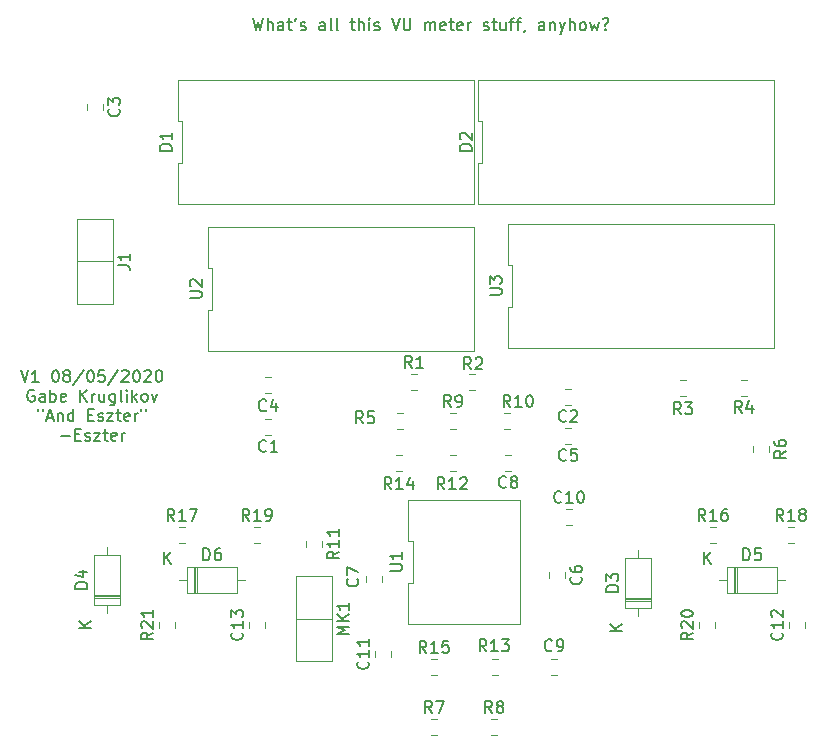
<source format=gbr>
%TF.GenerationSoftware,KiCad,Pcbnew,(5.1.6)-1*%
%TF.CreationDate,2020-08-05T10:29:03-07:00*%
%TF.ProjectId,vu_meter,76755f6d-6574-4657-922e-6b696361645f,rev?*%
%TF.SameCoordinates,Original*%
%TF.FileFunction,Legend,Top*%
%TF.FilePolarity,Positive*%
%FSLAX46Y46*%
G04 Gerber Fmt 4.6, Leading zero omitted, Abs format (unit mm)*
G04 Created by KiCad (PCBNEW (5.1.6)-1) date 2020-08-05 10:29:03*
%MOMM*%
%LPD*%
G01*
G04 APERTURE LIST*
%ADD10C,0.150000*%
%ADD11C,0.120000*%
G04 APERTURE END LIST*
D10*
X105324571Y-31456380D02*
X105562666Y-32456380D01*
X105753142Y-31742095D01*
X105943619Y-32456380D01*
X106181714Y-31456380D01*
X106562666Y-32456380D02*
X106562666Y-31456380D01*
X106991238Y-32456380D02*
X106991238Y-31932571D01*
X106943619Y-31837333D01*
X106848380Y-31789714D01*
X106705523Y-31789714D01*
X106610285Y-31837333D01*
X106562666Y-31884952D01*
X107896000Y-32456380D02*
X107896000Y-31932571D01*
X107848380Y-31837333D01*
X107753142Y-31789714D01*
X107562666Y-31789714D01*
X107467428Y-31837333D01*
X107896000Y-32408761D02*
X107800761Y-32456380D01*
X107562666Y-32456380D01*
X107467428Y-32408761D01*
X107419809Y-32313523D01*
X107419809Y-32218285D01*
X107467428Y-32123047D01*
X107562666Y-32075428D01*
X107800761Y-32075428D01*
X107896000Y-32027809D01*
X108229333Y-31789714D02*
X108610285Y-31789714D01*
X108372190Y-31456380D02*
X108372190Y-32313523D01*
X108419809Y-32408761D01*
X108515047Y-32456380D01*
X108610285Y-32456380D01*
X108991238Y-31456380D02*
X108896000Y-31646857D01*
X109372190Y-32408761D02*
X109467428Y-32456380D01*
X109657904Y-32456380D01*
X109753142Y-32408761D01*
X109800761Y-32313523D01*
X109800761Y-32265904D01*
X109753142Y-32170666D01*
X109657904Y-32123047D01*
X109515047Y-32123047D01*
X109419809Y-32075428D01*
X109372190Y-31980190D01*
X109372190Y-31932571D01*
X109419809Y-31837333D01*
X109515047Y-31789714D01*
X109657904Y-31789714D01*
X109753142Y-31837333D01*
X111419809Y-32456380D02*
X111419809Y-31932571D01*
X111372190Y-31837333D01*
X111276952Y-31789714D01*
X111086476Y-31789714D01*
X110991238Y-31837333D01*
X111419809Y-32408761D02*
X111324571Y-32456380D01*
X111086476Y-32456380D01*
X110991238Y-32408761D01*
X110943619Y-32313523D01*
X110943619Y-32218285D01*
X110991238Y-32123047D01*
X111086476Y-32075428D01*
X111324571Y-32075428D01*
X111419809Y-32027809D01*
X112038857Y-32456380D02*
X111943619Y-32408761D01*
X111896000Y-32313523D01*
X111896000Y-31456380D01*
X112562666Y-32456380D02*
X112467428Y-32408761D01*
X112419809Y-32313523D01*
X112419809Y-31456380D01*
X113562666Y-31789714D02*
X113943619Y-31789714D01*
X113705523Y-31456380D02*
X113705523Y-32313523D01*
X113753142Y-32408761D01*
X113848380Y-32456380D01*
X113943619Y-32456380D01*
X114276952Y-32456380D02*
X114276952Y-31456380D01*
X114705523Y-32456380D02*
X114705523Y-31932571D01*
X114657904Y-31837333D01*
X114562666Y-31789714D01*
X114419809Y-31789714D01*
X114324571Y-31837333D01*
X114276952Y-31884952D01*
X115181714Y-32456380D02*
X115181714Y-31789714D01*
X115181714Y-31456380D02*
X115134095Y-31504000D01*
X115181714Y-31551619D01*
X115229333Y-31504000D01*
X115181714Y-31456380D01*
X115181714Y-31551619D01*
X115610285Y-32408761D02*
X115705523Y-32456380D01*
X115896000Y-32456380D01*
X115991238Y-32408761D01*
X116038857Y-32313523D01*
X116038857Y-32265904D01*
X115991238Y-32170666D01*
X115896000Y-32123047D01*
X115753142Y-32123047D01*
X115657904Y-32075428D01*
X115610285Y-31980190D01*
X115610285Y-31932571D01*
X115657904Y-31837333D01*
X115753142Y-31789714D01*
X115896000Y-31789714D01*
X115991238Y-31837333D01*
X117086476Y-31456380D02*
X117419809Y-32456380D01*
X117753142Y-31456380D01*
X118086476Y-31456380D02*
X118086476Y-32265904D01*
X118134095Y-32361142D01*
X118181714Y-32408761D01*
X118276952Y-32456380D01*
X118467428Y-32456380D01*
X118562666Y-32408761D01*
X118610285Y-32361142D01*
X118657904Y-32265904D01*
X118657904Y-31456380D01*
X119896000Y-32456380D02*
X119896000Y-31789714D01*
X119896000Y-31884952D02*
X119943619Y-31837333D01*
X120038857Y-31789714D01*
X120181714Y-31789714D01*
X120276952Y-31837333D01*
X120324571Y-31932571D01*
X120324571Y-32456380D01*
X120324571Y-31932571D02*
X120372190Y-31837333D01*
X120467428Y-31789714D01*
X120610285Y-31789714D01*
X120705523Y-31837333D01*
X120753142Y-31932571D01*
X120753142Y-32456380D01*
X121610285Y-32408761D02*
X121515047Y-32456380D01*
X121324571Y-32456380D01*
X121229333Y-32408761D01*
X121181714Y-32313523D01*
X121181714Y-31932571D01*
X121229333Y-31837333D01*
X121324571Y-31789714D01*
X121515047Y-31789714D01*
X121610285Y-31837333D01*
X121657904Y-31932571D01*
X121657904Y-32027809D01*
X121181714Y-32123047D01*
X121943619Y-31789714D02*
X122324571Y-31789714D01*
X122086476Y-31456380D02*
X122086476Y-32313523D01*
X122134095Y-32408761D01*
X122229333Y-32456380D01*
X122324571Y-32456380D01*
X123038857Y-32408761D02*
X122943619Y-32456380D01*
X122753142Y-32456380D01*
X122657904Y-32408761D01*
X122610285Y-32313523D01*
X122610285Y-31932571D01*
X122657904Y-31837333D01*
X122753142Y-31789714D01*
X122943619Y-31789714D01*
X123038857Y-31837333D01*
X123086476Y-31932571D01*
X123086476Y-32027809D01*
X122610285Y-32123047D01*
X123515047Y-32456380D02*
X123515047Y-31789714D01*
X123515047Y-31980190D02*
X123562666Y-31884952D01*
X123610285Y-31837333D01*
X123705523Y-31789714D01*
X123800761Y-31789714D01*
X124848380Y-32408761D02*
X124943619Y-32456380D01*
X125134095Y-32456380D01*
X125229333Y-32408761D01*
X125276952Y-32313523D01*
X125276952Y-32265904D01*
X125229333Y-32170666D01*
X125134095Y-32123047D01*
X124991238Y-32123047D01*
X124896000Y-32075428D01*
X124848380Y-31980190D01*
X124848380Y-31932571D01*
X124896000Y-31837333D01*
X124991238Y-31789714D01*
X125134095Y-31789714D01*
X125229333Y-31837333D01*
X125562666Y-31789714D02*
X125943619Y-31789714D01*
X125705523Y-31456380D02*
X125705523Y-32313523D01*
X125753142Y-32408761D01*
X125848380Y-32456380D01*
X125943619Y-32456380D01*
X126705523Y-31789714D02*
X126705523Y-32456380D01*
X126276952Y-31789714D02*
X126276952Y-32313523D01*
X126324571Y-32408761D01*
X126419809Y-32456380D01*
X126562666Y-32456380D01*
X126657904Y-32408761D01*
X126705523Y-32361142D01*
X127038857Y-31789714D02*
X127419809Y-31789714D01*
X127181714Y-32456380D02*
X127181714Y-31599238D01*
X127229333Y-31504000D01*
X127324571Y-31456380D01*
X127419809Y-31456380D01*
X127610285Y-31789714D02*
X127991238Y-31789714D01*
X127753142Y-32456380D02*
X127753142Y-31599238D01*
X127800761Y-31504000D01*
X127896000Y-31456380D01*
X127991238Y-31456380D01*
X128372190Y-32408761D02*
X128372190Y-32456380D01*
X128324571Y-32551619D01*
X128276952Y-32599238D01*
X129991238Y-32456380D02*
X129991238Y-31932571D01*
X129943619Y-31837333D01*
X129848380Y-31789714D01*
X129657904Y-31789714D01*
X129562666Y-31837333D01*
X129991238Y-32408761D02*
X129896000Y-32456380D01*
X129657904Y-32456380D01*
X129562666Y-32408761D01*
X129515047Y-32313523D01*
X129515047Y-32218285D01*
X129562666Y-32123047D01*
X129657904Y-32075428D01*
X129896000Y-32075428D01*
X129991238Y-32027809D01*
X130467428Y-31789714D02*
X130467428Y-32456380D01*
X130467428Y-31884952D02*
X130515047Y-31837333D01*
X130610285Y-31789714D01*
X130753142Y-31789714D01*
X130848380Y-31837333D01*
X130896000Y-31932571D01*
X130896000Y-32456380D01*
X131276952Y-31789714D02*
X131515047Y-32456380D01*
X131753142Y-31789714D02*
X131515047Y-32456380D01*
X131419809Y-32694476D01*
X131372190Y-32742095D01*
X131276952Y-32789714D01*
X132134095Y-32456380D02*
X132134095Y-31456380D01*
X132562666Y-32456380D02*
X132562666Y-31932571D01*
X132515047Y-31837333D01*
X132419809Y-31789714D01*
X132276952Y-31789714D01*
X132181714Y-31837333D01*
X132134095Y-31884952D01*
X133181714Y-32456380D02*
X133086476Y-32408761D01*
X133038857Y-32361142D01*
X132991238Y-32265904D01*
X132991238Y-31980190D01*
X133038857Y-31884952D01*
X133086476Y-31837333D01*
X133181714Y-31789714D01*
X133324571Y-31789714D01*
X133419809Y-31837333D01*
X133467428Y-31884952D01*
X133515047Y-31980190D01*
X133515047Y-32265904D01*
X133467428Y-32361142D01*
X133419809Y-32408761D01*
X133324571Y-32456380D01*
X133181714Y-32456380D01*
X133848380Y-31789714D02*
X134038857Y-32456380D01*
X134229333Y-31980190D01*
X134419809Y-32456380D01*
X134610285Y-31789714D01*
X135134095Y-32361142D02*
X135181714Y-32408761D01*
X135134095Y-32456380D01*
X135086476Y-32408761D01*
X135134095Y-32361142D01*
X135134095Y-32456380D01*
X134943619Y-31504000D02*
X135038857Y-31456380D01*
X135276952Y-31456380D01*
X135372190Y-31504000D01*
X135419809Y-31599238D01*
X135419809Y-31694476D01*
X135372190Y-31789714D01*
X135324571Y-31837333D01*
X135229333Y-31884952D01*
X135181714Y-31932571D01*
X135134095Y-32027809D01*
X135134095Y-32075428D01*
X85646380Y-61239380D02*
X85979714Y-62239380D01*
X86313047Y-61239380D01*
X87170190Y-62239380D02*
X86598761Y-62239380D01*
X86884476Y-62239380D02*
X86884476Y-61239380D01*
X86789238Y-61382238D01*
X86694000Y-61477476D01*
X86598761Y-61525095D01*
X88551142Y-61239380D02*
X88646380Y-61239380D01*
X88741619Y-61287000D01*
X88789238Y-61334619D01*
X88836857Y-61429857D01*
X88884476Y-61620333D01*
X88884476Y-61858428D01*
X88836857Y-62048904D01*
X88789238Y-62144142D01*
X88741619Y-62191761D01*
X88646380Y-62239380D01*
X88551142Y-62239380D01*
X88455904Y-62191761D01*
X88408285Y-62144142D01*
X88360666Y-62048904D01*
X88313047Y-61858428D01*
X88313047Y-61620333D01*
X88360666Y-61429857D01*
X88408285Y-61334619D01*
X88455904Y-61287000D01*
X88551142Y-61239380D01*
X89455904Y-61667952D02*
X89360666Y-61620333D01*
X89313047Y-61572714D01*
X89265428Y-61477476D01*
X89265428Y-61429857D01*
X89313047Y-61334619D01*
X89360666Y-61287000D01*
X89455904Y-61239380D01*
X89646380Y-61239380D01*
X89741619Y-61287000D01*
X89789238Y-61334619D01*
X89836857Y-61429857D01*
X89836857Y-61477476D01*
X89789238Y-61572714D01*
X89741619Y-61620333D01*
X89646380Y-61667952D01*
X89455904Y-61667952D01*
X89360666Y-61715571D01*
X89313047Y-61763190D01*
X89265428Y-61858428D01*
X89265428Y-62048904D01*
X89313047Y-62144142D01*
X89360666Y-62191761D01*
X89455904Y-62239380D01*
X89646380Y-62239380D01*
X89741619Y-62191761D01*
X89789238Y-62144142D01*
X89836857Y-62048904D01*
X89836857Y-61858428D01*
X89789238Y-61763190D01*
X89741619Y-61715571D01*
X89646380Y-61667952D01*
X90979714Y-61191761D02*
X90122571Y-62477476D01*
X91503523Y-61239380D02*
X91598761Y-61239380D01*
X91694000Y-61287000D01*
X91741619Y-61334619D01*
X91789238Y-61429857D01*
X91836857Y-61620333D01*
X91836857Y-61858428D01*
X91789238Y-62048904D01*
X91741619Y-62144142D01*
X91694000Y-62191761D01*
X91598761Y-62239380D01*
X91503523Y-62239380D01*
X91408285Y-62191761D01*
X91360666Y-62144142D01*
X91313047Y-62048904D01*
X91265428Y-61858428D01*
X91265428Y-61620333D01*
X91313047Y-61429857D01*
X91360666Y-61334619D01*
X91408285Y-61287000D01*
X91503523Y-61239380D01*
X92741619Y-61239380D02*
X92265428Y-61239380D01*
X92217809Y-61715571D01*
X92265428Y-61667952D01*
X92360666Y-61620333D01*
X92598761Y-61620333D01*
X92694000Y-61667952D01*
X92741619Y-61715571D01*
X92789238Y-61810809D01*
X92789238Y-62048904D01*
X92741619Y-62144142D01*
X92694000Y-62191761D01*
X92598761Y-62239380D01*
X92360666Y-62239380D01*
X92265428Y-62191761D01*
X92217809Y-62144142D01*
X93932095Y-61191761D02*
X93074952Y-62477476D01*
X94217809Y-61334619D02*
X94265428Y-61287000D01*
X94360666Y-61239380D01*
X94598761Y-61239380D01*
X94694000Y-61287000D01*
X94741619Y-61334619D01*
X94789238Y-61429857D01*
X94789238Y-61525095D01*
X94741619Y-61667952D01*
X94170190Y-62239380D01*
X94789238Y-62239380D01*
X95408285Y-61239380D02*
X95503523Y-61239380D01*
X95598761Y-61287000D01*
X95646380Y-61334619D01*
X95694000Y-61429857D01*
X95741619Y-61620333D01*
X95741619Y-61858428D01*
X95694000Y-62048904D01*
X95646380Y-62144142D01*
X95598761Y-62191761D01*
X95503523Y-62239380D01*
X95408285Y-62239380D01*
X95313047Y-62191761D01*
X95265428Y-62144142D01*
X95217809Y-62048904D01*
X95170190Y-61858428D01*
X95170190Y-61620333D01*
X95217809Y-61429857D01*
X95265428Y-61334619D01*
X95313047Y-61287000D01*
X95408285Y-61239380D01*
X96122571Y-61334619D02*
X96170190Y-61287000D01*
X96265428Y-61239380D01*
X96503523Y-61239380D01*
X96598761Y-61287000D01*
X96646380Y-61334619D01*
X96693999Y-61429857D01*
X96693999Y-61525095D01*
X96646380Y-61667952D01*
X96074952Y-62239380D01*
X96693999Y-62239380D01*
X97313047Y-61239380D02*
X97408285Y-61239380D01*
X97503523Y-61287000D01*
X97551142Y-61334619D01*
X97598761Y-61429857D01*
X97646380Y-61620333D01*
X97646380Y-61858428D01*
X97598761Y-62048904D01*
X97551142Y-62144142D01*
X97503523Y-62191761D01*
X97408285Y-62239380D01*
X97313047Y-62239380D01*
X97217809Y-62191761D01*
X97170190Y-62144142D01*
X97122571Y-62048904D01*
X97074952Y-61858428D01*
X97074952Y-61620333D01*
X97122571Y-61429857D01*
X97170190Y-61334619D01*
X97217809Y-61287000D01*
X97313047Y-61239380D01*
X86789238Y-62937000D02*
X86694000Y-62889380D01*
X86551142Y-62889380D01*
X86408285Y-62937000D01*
X86313047Y-63032238D01*
X86265428Y-63127476D01*
X86217809Y-63317952D01*
X86217809Y-63460809D01*
X86265428Y-63651285D01*
X86313047Y-63746523D01*
X86408285Y-63841761D01*
X86551142Y-63889380D01*
X86646380Y-63889380D01*
X86789238Y-63841761D01*
X86836857Y-63794142D01*
X86836857Y-63460809D01*
X86646380Y-63460809D01*
X87694000Y-63889380D02*
X87694000Y-63365571D01*
X87646380Y-63270333D01*
X87551142Y-63222714D01*
X87360666Y-63222714D01*
X87265428Y-63270333D01*
X87694000Y-63841761D02*
X87598761Y-63889380D01*
X87360666Y-63889380D01*
X87265428Y-63841761D01*
X87217809Y-63746523D01*
X87217809Y-63651285D01*
X87265428Y-63556047D01*
X87360666Y-63508428D01*
X87598761Y-63508428D01*
X87694000Y-63460809D01*
X88170190Y-63889380D02*
X88170190Y-62889380D01*
X88170190Y-63270333D02*
X88265428Y-63222714D01*
X88455904Y-63222714D01*
X88551142Y-63270333D01*
X88598761Y-63317952D01*
X88646380Y-63413190D01*
X88646380Y-63698904D01*
X88598761Y-63794142D01*
X88551142Y-63841761D01*
X88455904Y-63889380D01*
X88265428Y-63889380D01*
X88170190Y-63841761D01*
X89455904Y-63841761D02*
X89360666Y-63889380D01*
X89170190Y-63889380D01*
X89074952Y-63841761D01*
X89027333Y-63746523D01*
X89027333Y-63365571D01*
X89074952Y-63270333D01*
X89170190Y-63222714D01*
X89360666Y-63222714D01*
X89455904Y-63270333D01*
X89503523Y-63365571D01*
X89503523Y-63460809D01*
X89027333Y-63556047D01*
X90694000Y-63889380D02*
X90694000Y-62889380D01*
X91265428Y-63889380D02*
X90836857Y-63317952D01*
X91265428Y-62889380D02*
X90694000Y-63460809D01*
X91694000Y-63889380D02*
X91694000Y-63222714D01*
X91694000Y-63413190D02*
X91741619Y-63317952D01*
X91789238Y-63270333D01*
X91884476Y-63222714D01*
X91979714Y-63222714D01*
X92741619Y-63222714D02*
X92741619Y-63889380D01*
X92313047Y-63222714D02*
X92313047Y-63746523D01*
X92360666Y-63841761D01*
X92455904Y-63889380D01*
X92598761Y-63889380D01*
X92694000Y-63841761D01*
X92741619Y-63794142D01*
X93646380Y-63222714D02*
X93646380Y-64032238D01*
X93598761Y-64127476D01*
X93551142Y-64175095D01*
X93455904Y-64222714D01*
X93313047Y-64222714D01*
X93217809Y-64175095D01*
X93646380Y-63841761D02*
X93551142Y-63889380D01*
X93360666Y-63889380D01*
X93265428Y-63841761D01*
X93217809Y-63794142D01*
X93170190Y-63698904D01*
X93170190Y-63413190D01*
X93217809Y-63317952D01*
X93265428Y-63270333D01*
X93360666Y-63222714D01*
X93551142Y-63222714D01*
X93646380Y-63270333D01*
X94265428Y-63889380D02*
X94170190Y-63841761D01*
X94122571Y-63746523D01*
X94122571Y-62889380D01*
X94646380Y-63889380D02*
X94646380Y-63222714D01*
X94646380Y-62889380D02*
X94598761Y-62937000D01*
X94646380Y-62984619D01*
X94694000Y-62937000D01*
X94646380Y-62889380D01*
X94646380Y-62984619D01*
X95122571Y-63889380D02*
X95122571Y-62889380D01*
X95217809Y-63508428D02*
X95503523Y-63889380D01*
X95503523Y-63222714D02*
X95122571Y-63603666D01*
X96074952Y-63889380D02*
X95979714Y-63841761D01*
X95932095Y-63794142D01*
X95884476Y-63698904D01*
X95884476Y-63413190D01*
X95932095Y-63317952D01*
X95979714Y-63270333D01*
X96074952Y-63222714D01*
X96217809Y-63222714D01*
X96313047Y-63270333D01*
X96360666Y-63317952D01*
X96408285Y-63413190D01*
X96408285Y-63698904D01*
X96360666Y-63794142D01*
X96313047Y-63841761D01*
X96217809Y-63889380D01*
X96074952Y-63889380D01*
X96741619Y-63222714D02*
X96979714Y-63889380D01*
X97217809Y-63222714D01*
X87122571Y-64539380D02*
X87122571Y-64729857D01*
X87503523Y-64539380D02*
X87503523Y-64729857D01*
X87884476Y-65253666D02*
X88360666Y-65253666D01*
X87789238Y-65539380D02*
X88122571Y-64539380D01*
X88455904Y-65539380D01*
X88789238Y-64872714D02*
X88789238Y-65539380D01*
X88789238Y-64967952D02*
X88836857Y-64920333D01*
X88932095Y-64872714D01*
X89074952Y-64872714D01*
X89170190Y-64920333D01*
X89217809Y-65015571D01*
X89217809Y-65539380D01*
X90122571Y-65539380D02*
X90122571Y-64539380D01*
X90122571Y-65491761D02*
X90027333Y-65539380D01*
X89836857Y-65539380D01*
X89741619Y-65491761D01*
X89694000Y-65444142D01*
X89646380Y-65348904D01*
X89646380Y-65063190D01*
X89694000Y-64967952D01*
X89741619Y-64920333D01*
X89836857Y-64872714D01*
X90027333Y-64872714D01*
X90122571Y-64920333D01*
X91360666Y-65015571D02*
X91694000Y-65015571D01*
X91836857Y-65539380D02*
X91360666Y-65539380D01*
X91360666Y-64539380D01*
X91836857Y-64539380D01*
X92217809Y-65491761D02*
X92313047Y-65539380D01*
X92503523Y-65539380D01*
X92598761Y-65491761D01*
X92646380Y-65396523D01*
X92646380Y-65348904D01*
X92598761Y-65253666D01*
X92503523Y-65206047D01*
X92360666Y-65206047D01*
X92265428Y-65158428D01*
X92217809Y-65063190D01*
X92217809Y-65015571D01*
X92265428Y-64920333D01*
X92360666Y-64872714D01*
X92503523Y-64872714D01*
X92598761Y-64920333D01*
X92979714Y-64872714D02*
X93503523Y-64872714D01*
X92979714Y-65539380D01*
X93503523Y-65539380D01*
X93741619Y-64872714D02*
X94122571Y-64872714D01*
X93884476Y-64539380D02*
X93884476Y-65396523D01*
X93932095Y-65491761D01*
X94027333Y-65539380D01*
X94122571Y-65539380D01*
X94836857Y-65491761D02*
X94741619Y-65539380D01*
X94551142Y-65539380D01*
X94455904Y-65491761D01*
X94408285Y-65396523D01*
X94408285Y-65015571D01*
X94455904Y-64920333D01*
X94551142Y-64872714D01*
X94741619Y-64872714D01*
X94836857Y-64920333D01*
X94884476Y-65015571D01*
X94884476Y-65110809D01*
X94408285Y-65206047D01*
X95313047Y-65539380D02*
X95313047Y-64872714D01*
X95313047Y-65063190D02*
X95360666Y-64967952D01*
X95408285Y-64920333D01*
X95503523Y-64872714D01*
X95598761Y-64872714D01*
X95884476Y-64539380D02*
X95884476Y-64729857D01*
X96265428Y-64539380D02*
X96265428Y-64729857D01*
X89027333Y-66808428D02*
X89789238Y-66808428D01*
X90265428Y-66665571D02*
X90598761Y-66665571D01*
X90741619Y-67189380D02*
X90265428Y-67189380D01*
X90265428Y-66189380D01*
X90741619Y-66189380D01*
X91122571Y-67141761D02*
X91217809Y-67189380D01*
X91408285Y-67189380D01*
X91503523Y-67141761D01*
X91551142Y-67046523D01*
X91551142Y-66998904D01*
X91503523Y-66903666D01*
X91408285Y-66856047D01*
X91265428Y-66856047D01*
X91170190Y-66808428D01*
X91122571Y-66713190D01*
X91122571Y-66665571D01*
X91170190Y-66570333D01*
X91265428Y-66522714D01*
X91408285Y-66522714D01*
X91503523Y-66570333D01*
X91884476Y-66522714D02*
X92408285Y-66522714D01*
X91884476Y-67189380D01*
X92408285Y-67189380D01*
X92646380Y-66522714D02*
X93027333Y-66522714D01*
X92789238Y-66189380D02*
X92789238Y-67046523D01*
X92836857Y-67141761D01*
X92932095Y-67189380D01*
X93027333Y-67189380D01*
X93741619Y-67141761D02*
X93646380Y-67189380D01*
X93455904Y-67189380D01*
X93360666Y-67141761D01*
X93313047Y-67046523D01*
X93313047Y-66665571D01*
X93360666Y-66570333D01*
X93455904Y-66522714D01*
X93646380Y-66522714D01*
X93741619Y-66570333D01*
X93789238Y-66665571D01*
X93789238Y-66760809D01*
X93313047Y-66856047D01*
X94217809Y-67189380D02*
X94217809Y-66522714D01*
X94217809Y-66713190D02*
X94265428Y-66617952D01*
X94313047Y-66570333D01*
X94408285Y-66522714D01*
X94503523Y-66522714D01*
D11*
%TO.C,U3*%
X126916000Y-55855333D02*
X126916000Y-59361999D01*
X127276000Y-55855333D02*
X126916000Y-55855333D01*
X127276000Y-52348667D02*
X127276000Y-55855333D01*
X126916000Y-52348667D02*
X127276000Y-52348667D01*
X126916000Y-48842000D02*
X126916000Y-52348667D01*
X149436000Y-48842001D02*
X126916000Y-48842000D01*
X149436000Y-59362000D02*
X149436000Y-48842001D01*
X126916000Y-59361999D02*
X149436000Y-59362000D01*
%TO.C,U2*%
X101516000Y-56109333D02*
X101516000Y-59615999D01*
X101876000Y-56109333D02*
X101516000Y-56109333D01*
X101876000Y-52602667D02*
X101876000Y-56109333D01*
X101516000Y-52602667D02*
X101876000Y-52602667D01*
X101516000Y-49096000D02*
X101516000Y-52602667D01*
X124036000Y-49096001D02*
X101516000Y-49096000D01*
X124036000Y-59616000D02*
X124036000Y-49096001D01*
X101516000Y-59615999D02*
X124036000Y-59616000D01*
%TO.C,U1*%
X118480000Y-79223333D02*
X118480000Y-82730000D01*
X118840000Y-79223333D02*
X118480000Y-79223333D01*
X118840000Y-75716667D02*
X118840000Y-79223333D01*
X118480000Y-75716667D02*
X118840000Y-75716667D01*
X118480000Y-72210000D02*
X118480000Y-75716667D01*
X127900000Y-72210000D02*
X118480000Y-72210000D01*
X127900000Y-82730000D02*
X127900000Y-72210000D01*
X118480000Y-82730000D02*
X127900000Y-82730000D01*
%TO.C,R21*%
X98754000Y-83062578D02*
X98754000Y-82545422D01*
X97334000Y-83062578D02*
X97334000Y-82545422D01*
%TO.C,R20*%
X144474000Y-83062578D02*
X144474000Y-82545422D01*
X143054000Y-83062578D02*
X143054000Y-82545422D01*
%TO.C,R19*%
X105405422Y-75894000D02*
X105922578Y-75894000D01*
X105405422Y-74474000D02*
X105922578Y-74474000D01*
%TO.C,R18*%
X150617422Y-75894000D02*
X151134578Y-75894000D01*
X150617422Y-74474000D02*
X151134578Y-74474000D01*
%TO.C,R17*%
X99055422Y-75894000D02*
X99572578Y-75894000D01*
X99055422Y-74474000D02*
X99572578Y-74474000D01*
%TO.C,R16*%
X144013422Y-75894000D02*
X144530578Y-75894000D01*
X144013422Y-74474000D02*
X144530578Y-74474000D01*
%TO.C,R15*%
X120391422Y-87070000D02*
X120908578Y-87070000D01*
X120391422Y-85650000D02*
X120908578Y-85650000D01*
%TO.C,R14*%
X117421922Y-69798000D02*
X117939078Y-69798000D01*
X117421922Y-68378000D02*
X117939078Y-68378000D01*
%TO.C,R13*%
X126067078Y-85650000D02*
X125549922Y-85650000D01*
X126067078Y-87070000D02*
X125549922Y-87070000D01*
%TO.C,R12*%
X122511078Y-68378000D02*
X121993922Y-68378000D01*
X122511078Y-69798000D02*
X121993922Y-69798000D01*
%TO.C,R11*%
X109780000Y-75687422D02*
X109780000Y-76204578D01*
X111200000Y-75687422D02*
X111200000Y-76204578D01*
%TO.C,R10*%
X126565922Y-66242000D02*
X127083078Y-66242000D01*
X126565922Y-64822000D02*
X127083078Y-64822000D01*
%TO.C,R9*%
X121993922Y-66242000D02*
X122511078Y-66242000D01*
X121993922Y-64822000D02*
X122511078Y-64822000D01*
%TO.C,R8*%
X125471422Y-92150000D02*
X125988578Y-92150000D01*
X125471422Y-90730000D02*
X125988578Y-90730000D01*
%TO.C,R7*%
X120391422Y-92150000D02*
X120908578Y-92150000D01*
X120391422Y-90730000D02*
X120908578Y-90730000D01*
%TO.C,R6*%
X147626000Y-67637922D02*
X147626000Y-68155078D01*
X149046000Y-67637922D02*
X149046000Y-68155078D01*
%TO.C,R5*%
X118036078Y-64822000D02*
X117518922Y-64822000D01*
X118036078Y-66242000D02*
X117518922Y-66242000D01*
%TO.C,R4*%
X147149078Y-62028000D02*
X146631922Y-62028000D01*
X147149078Y-63448000D02*
X146631922Y-63448000D01*
%TO.C,R3*%
X141473422Y-63448000D02*
X141990578Y-63448000D01*
X141473422Y-62028000D02*
X141990578Y-62028000D01*
%TO.C,R2*%
X124132078Y-61520000D02*
X123614922Y-61520000D01*
X124132078Y-62940000D02*
X123614922Y-62940000D01*
%TO.C,R1*%
X118691922Y-62940000D02*
X119209078Y-62940000D01*
X118691922Y-61520000D02*
X119209078Y-61520000D01*
%TO.C,MK1*%
X108990000Y-82296000D02*
X111990000Y-82296000D01*
X111990000Y-85896000D02*
X108990000Y-85896000D01*
X111990000Y-78696000D02*
X111990000Y-85896000D01*
X108990000Y-78696000D02*
X111990000Y-78696000D01*
X108990000Y-85896000D02*
X108990000Y-78696000D01*
%TO.C,J1*%
X90448000Y-52030000D02*
X93448000Y-52030000D01*
X93448000Y-55630000D02*
X90448000Y-55630000D01*
X93448000Y-48430000D02*
X93448000Y-55630000D01*
X90448000Y-48430000D02*
X93448000Y-48430000D01*
X90448000Y-55630000D02*
X90448000Y-48430000D01*
%TO.C,D6*%
X100334000Y-77874000D02*
X100334000Y-80114000D01*
X100574000Y-77874000D02*
X100574000Y-80114000D01*
X100454000Y-77874000D02*
X100454000Y-80114000D01*
X104624000Y-78994000D02*
X103974000Y-78994000D01*
X99084000Y-78994000D02*
X99734000Y-78994000D01*
X103974000Y-77874000D02*
X99734000Y-77874000D01*
X103974000Y-80114000D02*
X103974000Y-77874000D01*
X99734000Y-80114000D02*
X103974000Y-80114000D01*
X99734000Y-77874000D02*
X99734000Y-80114000D01*
%TO.C,D5*%
X146054000Y-77874000D02*
X146054000Y-80114000D01*
X146294000Y-77874000D02*
X146294000Y-80114000D01*
X146174000Y-77874000D02*
X146174000Y-80114000D01*
X150344000Y-78994000D02*
X149694000Y-78994000D01*
X144804000Y-78994000D02*
X145454000Y-78994000D01*
X149694000Y-77874000D02*
X145454000Y-77874000D01*
X149694000Y-80114000D02*
X149694000Y-77874000D01*
X145454000Y-80114000D02*
X149694000Y-80114000D01*
X145454000Y-77874000D02*
X145454000Y-80114000D01*
%TO.C,D4*%
X91844000Y-80514000D02*
X94084000Y-80514000D01*
X91844000Y-80274000D02*
X94084000Y-80274000D01*
X91844000Y-80394000D02*
X94084000Y-80394000D01*
X92964000Y-76224000D02*
X92964000Y-76874000D01*
X92964000Y-81764000D02*
X92964000Y-81114000D01*
X91844000Y-76874000D02*
X91844000Y-81114000D01*
X94084000Y-76874000D02*
X91844000Y-76874000D01*
X94084000Y-81114000D02*
X94084000Y-76874000D01*
X91844000Y-81114000D02*
X94084000Y-81114000D01*
%TO.C,D3*%
X136802000Y-80768000D02*
X139042000Y-80768000D01*
X136802000Y-80528000D02*
X139042000Y-80528000D01*
X136802000Y-80648000D02*
X139042000Y-80648000D01*
X137922000Y-76478000D02*
X137922000Y-77128000D01*
X137922000Y-82018000D02*
X137922000Y-81368000D01*
X136802000Y-77128000D02*
X136802000Y-81368000D01*
X139042000Y-77128000D02*
X136802000Y-77128000D01*
X139042000Y-81368000D02*
X139042000Y-77128000D01*
X136802000Y-81368000D02*
X139042000Y-81368000D01*
%TO.C,D2*%
X124376000Y-43663333D02*
X124376000Y-47169999D01*
X124736000Y-43663333D02*
X124376000Y-43663333D01*
X124736000Y-40156667D02*
X124736000Y-43663333D01*
X124376000Y-40156667D02*
X124736000Y-40156667D01*
X124376000Y-36650000D02*
X124376000Y-40156667D01*
X149436000Y-36650001D02*
X124376000Y-36650000D01*
X149436000Y-47170000D02*
X149436000Y-36650001D01*
X124376000Y-47169999D02*
X149436000Y-47170000D01*
%TO.C,D1*%
X98976000Y-43663333D02*
X98976000Y-47169999D01*
X99336000Y-43663333D02*
X98976000Y-43663333D01*
X99336000Y-40156667D02*
X99336000Y-43663333D01*
X98976000Y-40156667D02*
X99336000Y-40156667D01*
X98976000Y-36650000D02*
X98976000Y-40156667D01*
X124036000Y-36650001D02*
X98976000Y-36650000D01*
X124036000Y-47170000D02*
X124036000Y-36650001D01*
X98976000Y-47169999D02*
X124036000Y-47170000D01*
%TO.C,C13*%
X106374000Y-83062578D02*
X106374000Y-82545422D01*
X104954000Y-83062578D02*
X104954000Y-82545422D01*
%TO.C,C12*%
X152094000Y-83062578D02*
X152094000Y-82545422D01*
X150674000Y-83062578D02*
X150674000Y-82545422D01*
%TO.C,C11*%
X117042000Y-85524078D02*
X117042000Y-85006922D01*
X115622000Y-85524078D02*
X115622000Y-85006922D01*
%TO.C,C10*%
X131821422Y-74370000D02*
X132338578Y-74370000D01*
X131821422Y-72950000D02*
X132338578Y-72950000D01*
%TO.C,C9*%
X131068578Y-85650000D02*
X130551422Y-85650000D01*
X131068578Y-87070000D02*
X130551422Y-87070000D01*
%TO.C,C8*%
X127180078Y-68378000D02*
X126662922Y-68378000D01*
X127180078Y-69798000D02*
X126662922Y-69798000D01*
%TO.C,C7*%
X114860000Y-78656922D02*
X114860000Y-79174078D01*
X116280000Y-78656922D02*
X116280000Y-79174078D01*
%TO.C,C6*%
X130354000Y-78305922D02*
X130354000Y-78823078D01*
X131774000Y-78305922D02*
X131774000Y-78823078D01*
%TO.C,C5*%
X132260078Y-66092000D02*
X131742922Y-66092000D01*
X132260078Y-67512000D02*
X131742922Y-67512000D01*
%TO.C,C4*%
X106860078Y-61774000D02*
X106342922Y-61774000D01*
X106860078Y-63194000D02*
X106342922Y-63194000D01*
%TO.C,C3*%
X91238000Y-38681922D02*
X91238000Y-39199078D01*
X92658000Y-38681922D02*
X92658000Y-39199078D01*
%TO.C,C2*%
X132260078Y-62790000D02*
X131742922Y-62790000D01*
X132260078Y-64210000D02*
X131742922Y-64210000D01*
%TO.C,C1*%
X106860078Y-65330000D02*
X106342922Y-65330000D01*
X106860078Y-66750000D02*
X106342922Y-66750000D01*
%TO.C,U3*%
D10*
X125368380Y-54863904D02*
X126177904Y-54863904D01*
X126273142Y-54816285D01*
X126320761Y-54768666D01*
X126368380Y-54673428D01*
X126368380Y-54482952D01*
X126320761Y-54387714D01*
X126273142Y-54340095D01*
X126177904Y-54292476D01*
X125368380Y-54292476D01*
X125368380Y-53911523D02*
X125368380Y-53292476D01*
X125749333Y-53625809D01*
X125749333Y-53482952D01*
X125796952Y-53387714D01*
X125844571Y-53340095D01*
X125939809Y-53292476D01*
X126177904Y-53292476D01*
X126273142Y-53340095D01*
X126320761Y-53387714D01*
X126368380Y-53482952D01*
X126368380Y-53768666D01*
X126320761Y-53863904D01*
X126273142Y-53911523D01*
%TO.C,U2*%
X99968380Y-55117904D02*
X100777904Y-55117904D01*
X100873142Y-55070285D01*
X100920761Y-55022666D01*
X100968380Y-54927428D01*
X100968380Y-54736952D01*
X100920761Y-54641714D01*
X100873142Y-54594095D01*
X100777904Y-54546476D01*
X99968380Y-54546476D01*
X100063619Y-54117904D02*
X100016000Y-54070285D01*
X99968380Y-53975047D01*
X99968380Y-53736952D01*
X100016000Y-53641714D01*
X100063619Y-53594095D01*
X100158857Y-53546476D01*
X100254095Y-53546476D01*
X100396952Y-53594095D01*
X100968380Y-54165523D01*
X100968380Y-53546476D01*
%TO.C,U1*%
X116932380Y-78231904D02*
X117741904Y-78231904D01*
X117837142Y-78184285D01*
X117884761Y-78136666D01*
X117932380Y-78041428D01*
X117932380Y-77850952D01*
X117884761Y-77755714D01*
X117837142Y-77708095D01*
X117741904Y-77660476D01*
X116932380Y-77660476D01*
X117932380Y-76660476D02*
X117932380Y-77231904D01*
X117932380Y-76946190D02*
X116932380Y-76946190D01*
X117075238Y-77041428D01*
X117170476Y-77136666D01*
X117218095Y-77231904D01*
%TO.C,R21*%
X96846380Y-83446857D02*
X96370190Y-83780190D01*
X96846380Y-84018285D02*
X95846380Y-84018285D01*
X95846380Y-83637333D01*
X95894000Y-83542095D01*
X95941619Y-83494476D01*
X96036857Y-83446857D01*
X96179714Y-83446857D01*
X96274952Y-83494476D01*
X96322571Y-83542095D01*
X96370190Y-83637333D01*
X96370190Y-84018285D01*
X95941619Y-83065904D02*
X95894000Y-83018285D01*
X95846380Y-82923047D01*
X95846380Y-82684952D01*
X95894000Y-82589714D01*
X95941619Y-82542095D01*
X96036857Y-82494476D01*
X96132095Y-82494476D01*
X96274952Y-82542095D01*
X96846380Y-83113523D01*
X96846380Y-82494476D01*
X96846380Y-81542095D02*
X96846380Y-82113523D01*
X96846380Y-81827809D02*
X95846380Y-81827809D01*
X95989238Y-81923047D01*
X96084476Y-82018285D01*
X96132095Y-82113523D01*
%TO.C,R20*%
X142566380Y-83446857D02*
X142090190Y-83780190D01*
X142566380Y-84018285D02*
X141566380Y-84018285D01*
X141566380Y-83637333D01*
X141614000Y-83542095D01*
X141661619Y-83494476D01*
X141756857Y-83446857D01*
X141899714Y-83446857D01*
X141994952Y-83494476D01*
X142042571Y-83542095D01*
X142090190Y-83637333D01*
X142090190Y-84018285D01*
X141661619Y-83065904D02*
X141614000Y-83018285D01*
X141566380Y-82923047D01*
X141566380Y-82684952D01*
X141614000Y-82589714D01*
X141661619Y-82542095D01*
X141756857Y-82494476D01*
X141852095Y-82494476D01*
X141994952Y-82542095D01*
X142566380Y-83113523D01*
X142566380Y-82494476D01*
X141566380Y-81875428D02*
X141566380Y-81780190D01*
X141614000Y-81684952D01*
X141661619Y-81637333D01*
X141756857Y-81589714D01*
X141947333Y-81542095D01*
X142185428Y-81542095D01*
X142375904Y-81589714D01*
X142471142Y-81637333D01*
X142518761Y-81684952D01*
X142566380Y-81780190D01*
X142566380Y-81875428D01*
X142518761Y-81970666D01*
X142471142Y-82018285D01*
X142375904Y-82065904D01*
X142185428Y-82113523D01*
X141947333Y-82113523D01*
X141756857Y-82065904D01*
X141661619Y-82018285D01*
X141614000Y-81970666D01*
X141566380Y-81875428D01*
%TO.C,R19*%
X105021142Y-73986380D02*
X104687809Y-73510190D01*
X104449714Y-73986380D02*
X104449714Y-72986380D01*
X104830666Y-72986380D01*
X104925904Y-73034000D01*
X104973523Y-73081619D01*
X105021142Y-73176857D01*
X105021142Y-73319714D01*
X104973523Y-73414952D01*
X104925904Y-73462571D01*
X104830666Y-73510190D01*
X104449714Y-73510190D01*
X105973523Y-73986380D02*
X105402095Y-73986380D01*
X105687809Y-73986380D02*
X105687809Y-72986380D01*
X105592571Y-73129238D01*
X105497333Y-73224476D01*
X105402095Y-73272095D01*
X106449714Y-73986380D02*
X106640190Y-73986380D01*
X106735428Y-73938761D01*
X106783047Y-73891142D01*
X106878285Y-73748285D01*
X106925904Y-73557809D01*
X106925904Y-73176857D01*
X106878285Y-73081619D01*
X106830666Y-73034000D01*
X106735428Y-72986380D01*
X106544952Y-72986380D01*
X106449714Y-73034000D01*
X106402095Y-73081619D01*
X106354476Y-73176857D01*
X106354476Y-73414952D01*
X106402095Y-73510190D01*
X106449714Y-73557809D01*
X106544952Y-73605428D01*
X106735428Y-73605428D01*
X106830666Y-73557809D01*
X106878285Y-73510190D01*
X106925904Y-73414952D01*
%TO.C,R18*%
X150233142Y-73986380D02*
X149899809Y-73510190D01*
X149661714Y-73986380D02*
X149661714Y-72986380D01*
X150042666Y-72986380D01*
X150137904Y-73034000D01*
X150185523Y-73081619D01*
X150233142Y-73176857D01*
X150233142Y-73319714D01*
X150185523Y-73414952D01*
X150137904Y-73462571D01*
X150042666Y-73510190D01*
X149661714Y-73510190D01*
X151185523Y-73986380D02*
X150614095Y-73986380D01*
X150899809Y-73986380D02*
X150899809Y-72986380D01*
X150804571Y-73129238D01*
X150709333Y-73224476D01*
X150614095Y-73272095D01*
X151756952Y-73414952D02*
X151661714Y-73367333D01*
X151614095Y-73319714D01*
X151566476Y-73224476D01*
X151566476Y-73176857D01*
X151614095Y-73081619D01*
X151661714Y-73034000D01*
X151756952Y-72986380D01*
X151947428Y-72986380D01*
X152042666Y-73034000D01*
X152090285Y-73081619D01*
X152137904Y-73176857D01*
X152137904Y-73224476D01*
X152090285Y-73319714D01*
X152042666Y-73367333D01*
X151947428Y-73414952D01*
X151756952Y-73414952D01*
X151661714Y-73462571D01*
X151614095Y-73510190D01*
X151566476Y-73605428D01*
X151566476Y-73795904D01*
X151614095Y-73891142D01*
X151661714Y-73938761D01*
X151756952Y-73986380D01*
X151947428Y-73986380D01*
X152042666Y-73938761D01*
X152090285Y-73891142D01*
X152137904Y-73795904D01*
X152137904Y-73605428D01*
X152090285Y-73510190D01*
X152042666Y-73462571D01*
X151947428Y-73414952D01*
%TO.C,R17*%
X98671142Y-73986380D02*
X98337809Y-73510190D01*
X98099714Y-73986380D02*
X98099714Y-72986380D01*
X98480666Y-72986380D01*
X98575904Y-73034000D01*
X98623523Y-73081619D01*
X98671142Y-73176857D01*
X98671142Y-73319714D01*
X98623523Y-73414952D01*
X98575904Y-73462571D01*
X98480666Y-73510190D01*
X98099714Y-73510190D01*
X99623523Y-73986380D02*
X99052095Y-73986380D01*
X99337809Y-73986380D02*
X99337809Y-72986380D01*
X99242571Y-73129238D01*
X99147333Y-73224476D01*
X99052095Y-73272095D01*
X99956857Y-72986380D02*
X100623523Y-72986380D01*
X100194952Y-73986380D01*
%TO.C,R16*%
X143629142Y-73986380D02*
X143295809Y-73510190D01*
X143057714Y-73986380D02*
X143057714Y-72986380D01*
X143438666Y-72986380D01*
X143533904Y-73034000D01*
X143581523Y-73081619D01*
X143629142Y-73176857D01*
X143629142Y-73319714D01*
X143581523Y-73414952D01*
X143533904Y-73462571D01*
X143438666Y-73510190D01*
X143057714Y-73510190D01*
X144581523Y-73986380D02*
X144010095Y-73986380D01*
X144295809Y-73986380D02*
X144295809Y-72986380D01*
X144200571Y-73129238D01*
X144105333Y-73224476D01*
X144010095Y-73272095D01*
X145438666Y-72986380D02*
X145248190Y-72986380D01*
X145152952Y-73034000D01*
X145105333Y-73081619D01*
X145010095Y-73224476D01*
X144962476Y-73414952D01*
X144962476Y-73795904D01*
X145010095Y-73891142D01*
X145057714Y-73938761D01*
X145152952Y-73986380D01*
X145343428Y-73986380D01*
X145438666Y-73938761D01*
X145486285Y-73891142D01*
X145533904Y-73795904D01*
X145533904Y-73557809D01*
X145486285Y-73462571D01*
X145438666Y-73414952D01*
X145343428Y-73367333D01*
X145152952Y-73367333D01*
X145057714Y-73414952D01*
X145010095Y-73462571D01*
X144962476Y-73557809D01*
%TO.C,R15*%
X120007142Y-85162380D02*
X119673809Y-84686190D01*
X119435714Y-85162380D02*
X119435714Y-84162380D01*
X119816666Y-84162380D01*
X119911904Y-84210000D01*
X119959523Y-84257619D01*
X120007142Y-84352857D01*
X120007142Y-84495714D01*
X119959523Y-84590952D01*
X119911904Y-84638571D01*
X119816666Y-84686190D01*
X119435714Y-84686190D01*
X120959523Y-85162380D02*
X120388095Y-85162380D01*
X120673809Y-85162380D02*
X120673809Y-84162380D01*
X120578571Y-84305238D01*
X120483333Y-84400476D01*
X120388095Y-84448095D01*
X121864285Y-84162380D02*
X121388095Y-84162380D01*
X121340476Y-84638571D01*
X121388095Y-84590952D01*
X121483333Y-84543333D01*
X121721428Y-84543333D01*
X121816666Y-84590952D01*
X121864285Y-84638571D01*
X121911904Y-84733809D01*
X121911904Y-84971904D01*
X121864285Y-85067142D01*
X121816666Y-85114761D01*
X121721428Y-85162380D01*
X121483333Y-85162380D01*
X121388095Y-85114761D01*
X121340476Y-85067142D01*
%TO.C,R14*%
X117037642Y-71318380D02*
X116704309Y-70842190D01*
X116466214Y-71318380D02*
X116466214Y-70318380D01*
X116847166Y-70318380D01*
X116942404Y-70366000D01*
X116990023Y-70413619D01*
X117037642Y-70508857D01*
X117037642Y-70651714D01*
X116990023Y-70746952D01*
X116942404Y-70794571D01*
X116847166Y-70842190D01*
X116466214Y-70842190D01*
X117990023Y-71318380D02*
X117418595Y-71318380D01*
X117704309Y-71318380D02*
X117704309Y-70318380D01*
X117609071Y-70461238D01*
X117513833Y-70556476D01*
X117418595Y-70604095D01*
X118847166Y-70651714D02*
X118847166Y-71318380D01*
X118609071Y-70270761D02*
X118370976Y-70985047D01*
X118990023Y-70985047D01*
%TO.C,R13*%
X125087142Y-85034380D02*
X124753809Y-84558190D01*
X124515714Y-85034380D02*
X124515714Y-84034380D01*
X124896666Y-84034380D01*
X124991904Y-84082000D01*
X125039523Y-84129619D01*
X125087142Y-84224857D01*
X125087142Y-84367714D01*
X125039523Y-84462952D01*
X124991904Y-84510571D01*
X124896666Y-84558190D01*
X124515714Y-84558190D01*
X126039523Y-85034380D02*
X125468095Y-85034380D01*
X125753809Y-85034380D02*
X125753809Y-84034380D01*
X125658571Y-84177238D01*
X125563333Y-84272476D01*
X125468095Y-84320095D01*
X126372857Y-84034380D02*
X126991904Y-84034380D01*
X126658571Y-84415333D01*
X126801428Y-84415333D01*
X126896666Y-84462952D01*
X126944285Y-84510571D01*
X126991904Y-84605809D01*
X126991904Y-84843904D01*
X126944285Y-84939142D01*
X126896666Y-84986761D01*
X126801428Y-85034380D01*
X126515714Y-85034380D01*
X126420476Y-84986761D01*
X126372857Y-84939142D01*
%TO.C,R12*%
X121531142Y-71318380D02*
X121197809Y-70842190D01*
X120959714Y-71318380D02*
X120959714Y-70318380D01*
X121340666Y-70318380D01*
X121435904Y-70366000D01*
X121483523Y-70413619D01*
X121531142Y-70508857D01*
X121531142Y-70651714D01*
X121483523Y-70746952D01*
X121435904Y-70794571D01*
X121340666Y-70842190D01*
X120959714Y-70842190D01*
X122483523Y-71318380D02*
X121912095Y-71318380D01*
X122197809Y-71318380D02*
X122197809Y-70318380D01*
X122102571Y-70461238D01*
X122007333Y-70556476D01*
X121912095Y-70604095D01*
X122864476Y-70413619D02*
X122912095Y-70366000D01*
X123007333Y-70318380D01*
X123245428Y-70318380D01*
X123340666Y-70366000D01*
X123388285Y-70413619D01*
X123435904Y-70508857D01*
X123435904Y-70604095D01*
X123388285Y-70746952D01*
X122816857Y-71318380D01*
X123435904Y-71318380D01*
%TO.C,R11*%
X112592380Y-76588857D02*
X112116190Y-76922190D01*
X112592380Y-77160285D02*
X111592380Y-77160285D01*
X111592380Y-76779333D01*
X111640000Y-76684095D01*
X111687619Y-76636476D01*
X111782857Y-76588857D01*
X111925714Y-76588857D01*
X112020952Y-76636476D01*
X112068571Y-76684095D01*
X112116190Y-76779333D01*
X112116190Y-77160285D01*
X112592380Y-75636476D02*
X112592380Y-76207904D01*
X112592380Y-75922190D02*
X111592380Y-75922190D01*
X111735238Y-76017428D01*
X111830476Y-76112666D01*
X111878095Y-76207904D01*
X112592380Y-74684095D02*
X112592380Y-75255523D01*
X112592380Y-74969809D02*
X111592380Y-74969809D01*
X111735238Y-75065047D01*
X111830476Y-75160285D01*
X111878095Y-75255523D01*
%TO.C,R10*%
X127119142Y-64334380D02*
X126785809Y-63858190D01*
X126547714Y-64334380D02*
X126547714Y-63334380D01*
X126928666Y-63334380D01*
X127023904Y-63382000D01*
X127071523Y-63429619D01*
X127119142Y-63524857D01*
X127119142Y-63667714D01*
X127071523Y-63762952D01*
X127023904Y-63810571D01*
X126928666Y-63858190D01*
X126547714Y-63858190D01*
X128071523Y-64334380D02*
X127500095Y-64334380D01*
X127785809Y-64334380D02*
X127785809Y-63334380D01*
X127690571Y-63477238D01*
X127595333Y-63572476D01*
X127500095Y-63620095D01*
X128690571Y-63334380D02*
X128785809Y-63334380D01*
X128881047Y-63382000D01*
X128928666Y-63429619D01*
X128976285Y-63524857D01*
X129023904Y-63715333D01*
X129023904Y-63953428D01*
X128976285Y-64143904D01*
X128928666Y-64239142D01*
X128881047Y-64286761D01*
X128785809Y-64334380D01*
X128690571Y-64334380D01*
X128595333Y-64286761D01*
X128547714Y-64239142D01*
X128500095Y-64143904D01*
X128452476Y-63953428D01*
X128452476Y-63715333D01*
X128500095Y-63524857D01*
X128547714Y-63429619D01*
X128595333Y-63382000D01*
X128690571Y-63334380D01*
%TO.C,R9*%
X122085833Y-64334380D02*
X121752500Y-63858190D01*
X121514404Y-64334380D02*
X121514404Y-63334380D01*
X121895357Y-63334380D01*
X121990595Y-63382000D01*
X122038214Y-63429619D01*
X122085833Y-63524857D01*
X122085833Y-63667714D01*
X122038214Y-63762952D01*
X121990595Y-63810571D01*
X121895357Y-63858190D01*
X121514404Y-63858190D01*
X122562023Y-64334380D02*
X122752500Y-64334380D01*
X122847738Y-64286761D01*
X122895357Y-64239142D01*
X122990595Y-64096285D01*
X123038214Y-63905809D01*
X123038214Y-63524857D01*
X122990595Y-63429619D01*
X122942976Y-63382000D01*
X122847738Y-63334380D01*
X122657261Y-63334380D01*
X122562023Y-63382000D01*
X122514404Y-63429619D01*
X122466785Y-63524857D01*
X122466785Y-63762952D01*
X122514404Y-63858190D01*
X122562023Y-63905809D01*
X122657261Y-63953428D01*
X122847738Y-63953428D01*
X122942976Y-63905809D01*
X122990595Y-63858190D01*
X123038214Y-63762952D01*
%TO.C,R8*%
X125563333Y-90242380D02*
X125230000Y-89766190D01*
X124991904Y-90242380D02*
X124991904Y-89242380D01*
X125372857Y-89242380D01*
X125468095Y-89290000D01*
X125515714Y-89337619D01*
X125563333Y-89432857D01*
X125563333Y-89575714D01*
X125515714Y-89670952D01*
X125468095Y-89718571D01*
X125372857Y-89766190D01*
X124991904Y-89766190D01*
X126134761Y-89670952D02*
X126039523Y-89623333D01*
X125991904Y-89575714D01*
X125944285Y-89480476D01*
X125944285Y-89432857D01*
X125991904Y-89337619D01*
X126039523Y-89290000D01*
X126134761Y-89242380D01*
X126325238Y-89242380D01*
X126420476Y-89290000D01*
X126468095Y-89337619D01*
X126515714Y-89432857D01*
X126515714Y-89480476D01*
X126468095Y-89575714D01*
X126420476Y-89623333D01*
X126325238Y-89670952D01*
X126134761Y-89670952D01*
X126039523Y-89718571D01*
X125991904Y-89766190D01*
X125944285Y-89861428D01*
X125944285Y-90051904D01*
X125991904Y-90147142D01*
X126039523Y-90194761D01*
X126134761Y-90242380D01*
X126325238Y-90242380D01*
X126420476Y-90194761D01*
X126468095Y-90147142D01*
X126515714Y-90051904D01*
X126515714Y-89861428D01*
X126468095Y-89766190D01*
X126420476Y-89718571D01*
X126325238Y-89670952D01*
%TO.C,R7*%
X120483333Y-90242380D02*
X120150000Y-89766190D01*
X119911904Y-90242380D02*
X119911904Y-89242380D01*
X120292857Y-89242380D01*
X120388095Y-89290000D01*
X120435714Y-89337619D01*
X120483333Y-89432857D01*
X120483333Y-89575714D01*
X120435714Y-89670952D01*
X120388095Y-89718571D01*
X120292857Y-89766190D01*
X119911904Y-89766190D01*
X120816666Y-89242380D02*
X121483333Y-89242380D01*
X121054761Y-90242380D01*
%TO.C,R6*%
X150438380Y-68063166D02*
X149962190Y-68396500D01*
X150438380Y-68634595D02*
X149438380Y-68634595D01*
X149438380Y-68253642D01*
X149486000Y-68158404D01*
X149533619Y-68110785D01*
X149628857Y-68063166D01*
X149771714Y-68063166D01*
X149866952Y-68110785D01*
X149914571Y-68158404D01*
X149962190Y-68253642D01*
X149962190Y-68634595D01*
X149438380Y-67206023D02*
X149438380Y-67396500D01*
X149486000Y-67491738D01*
X149533619Y-67539357D01*
X149676476Y-67634595D01*
X149866952Y-67682214D01*
X150247904Y-67682214D01*
X150343142Y-67634595D01*
X150390761Y-67586976D01*
X150438380Y-67491738D01*
X150438380Y-67301261D01*
X150390761Y-67206023D01*
X150343142Y-67158404D01*
X150247904Y-67110785D01*
X150009809Y-67110785D01*
X149914571Y-67158404D01*
X149866952Y-67206023D01*
X149819333Y-67301261D01*
X149819333Y-67491738D01*
X149866952Y-67586976D01*
X149914571Y-67634595D01*
X150009809Y-67682214D01*
%TO.C,R5*%
X114641333Y-65730380D02*
X114308000Y-65254190D01*
X114069904Y-65730380D02*
X114069904Y-64730380D01*
X114450857Y-64730380D01*
X114546095Y-64778000D01*
X114593714Y-64825619D01*
X114641333Y-64920857D01*
X114641333Y-65063714D01*
X114593714Y-65158952D01*
X114546095Y-65206571D01*
X114450857Y-65254190D01*
X114069904Y-65254190D01*
X115546095Y-64730380D02*
X115069904Y-64730380D01*
X115022285Y-65206571D01*
X115069904Y-65158952D01*
X115165142Y-65111333D01*
X115403238Y-65111333D01*
X115498476Y-65158952D01*
X115546095Y-65206571D01*
X115593714Y-65301809D01*
X115593714Y-65539904D01*
X115546095Y-65635142D01*
X115498476Y-65682761D01*
X115403238Y-65730380D01*
X115165142Y-65730380D01*
X115069904Y-65682761D01*
X115022285Y-65635142D01*
%TO.C,R4*%
X146723833Y-64840380D02*
X146390500Y-64364190D01*
X146152404Y-64840380D02*
X146152404Y-63840380D01*
X146533357Y-63840380D01*
X146628595Y-63888000D01*
X146676214Y-63935619D01*
X146723833Y-64030857D01*
X146723833Y-64173714D01*
X146676214Y-64268952D01*
X146628595Y-64316571D01*
X146533357Y-64364190D01*
X146152404Y-64364190D01*
X147580976Y-64173714D02*
X147580976Y-64840380D01*
X147342880Y-63792761D02*
X147104785Y-64507047D01*
X147723833Y-64507047D01*
%TO.C,R3*%
X141565333Y-64968380D02*
X141232000Y-64492190D01*
X140993904Y-64968380D02*
X140993904Y-63968380D01*
X141374857Y-63968380D01*
X141470095Y-64016000D01*
X141517714Y-64063619D01*
X141565333Y-64158857D01*
X141565333Y-64301714D01*
X141517714Y-64396952D01*
X141470095Y-64444571D01*
X141374857Y-64492190D01*
X140993904Y-64492190D01*
X141898666Y-63968380D02*
X142517714Y-63968380D01*
X142184380Y-64349333D01*
X142327238Y-64349333D01*
X142422476Y-64396952D01*
X142470095Y-64444571D01*
X142517714Y-64539809D01*
X142517714Y-64777904D01*
X142470095Y-64873142D01*
X142422476Y-64920761D01*
X142327238Y-64968380D01*
X142041523Y-64968380D01*
X141946285Y-64920761D01*
X141898666Y-64873142D01*
%TO.C,R2*%
X123785333Y-61158380D02*
X123452000Y-60682190D01*
X123213904Y-61158380D02*
X123213904Y-60158380D01*
X123594857Y-60158380D01*
X123690095Y-60206000D01*
X123737714Y-60253619D01*
X123785333Y-60348857D01*
X123785333Y-60491714D01*
X123737714Y-60586952D01*
X123690095Y-60634571D01*
X123594857Y-60682190D01*
X123213904Y-60682190D01*
X124166285Y-60253619D02*
X124213904Y-60206000D01*
X124309142Y-60158380D01*
X124547238Y-60158380D01*
X124642476Y-60206000D01*
X124690095Y-60253619D01*
X124737714Y-60348857D01*
X124737714Y-60444095D01*
X124690095Y-60586952D01*
X124118666Y-61158380D01*
X124737714Y-61158380D01*
%TO.C,R1*%
X118783833Y-61032380D02*
X118450500Y-60556190D01*
X118212404Y-61032380D02*
X118212404Y-60032380D01*
X118593357Y-60032380D01*
X118688595Y-60080000D01*
X118736214Y-60127619D01*
X118783833Y-60222857D01*
X118783833Y-60365714D01*
X118736214Y-60460952D01*
X118688595Y-60508571D01*
X118593357Y-60556190D01*
X118212404Y-60556190D01*
X119736214Y-61032380D02*
X119164785Y-61032380D01*
X119450500Y-61032380D02*
X119450500Y-60032380D01*
X119355261Y-60175238D01*
X119260023Y-60270476D01*
X119164785Y-60318095D01*
%TO.C,MK1*%
X113442380Y-83605523D02*
X112442380Y-83605523D01*
X113156666Y-83272190D01*
X112442380Y-82938857D01*
X113442380Y-82938857D01*
X113442380Y-82462666D02*
X112442380Y-82462666D01*
X113442380Y-81891238D02*
X112870952Y-82319809D01*
X112442380Y-81891238D02*
X113013809Y-82462666D01*
X113442380Y-80938857D02*
X113442380Y-81510285D01*
X113442380Y-81224571D02*
X112442380Y-81224571D01*
X112585238Y-81319809D01*
X112680476Y-81415047D01*
X112728095Y-81510285D01*
%TO.C,J1*%
X93900380Y-52363333D02*
X94614666Y-52363333D01*
X94757523Y-52410952D01*
X94852761Y-52506190D01*
X94900380Y-52649047D01*
X94900380Y-52744285D01*
X94900380Y-51363333D02*
X94900380Y-51934761D01*
X94900380Y-51649047D02*
X93900380Y-51649047D01*
X94043238Y-51744285D01*
X94138476Y-51839523D01*
X94186095Y-51934761D01*
%TO.C,D6*%
X101115904Y-77326380D02*
X101115904Y-76326380D01*
X101354000Y-76326380D01*
X101496857Y-76374000D01*
X101592095Y-76469238D01*
X101639714Y-76564476D01*
X101687333Y-76754952D01*
X101687333Y-76897809D01*
X101639714Y-77088285D01*
X101592095Y-77183523D01*
X101496857Y-77278761D01*
X101354000Y-77326380D01*
X101115904Y-77326380D01*
X102544476Y-76326380D02*
X102354000Y-76326380D01*
X102258761Y-76374000D01*
X102211142Y-76421619D01*
X102115904Y-76564476D01*
X102068285Y-76754952D01*
X102068285Y-77135904D01*
X102115904Y-77231142D01*
X102163523Y-77278761D01*
X102258761Y-77326380D01*
X102449238Y-77326380D01*
X102544476Y-77278761D01*
X102592095Y-77231142D01*
X102639714Y-77135904D01*
X102639714Y-76897809D01*
X102592095Y-76802571D01*
X102544476Y-76754952D01*
X102449238Y-76707333D01*
X102258761Y-76707333D01*
X102163523Y-76754952D01*
X102115904Y-76802571D01*
X102068285Y-76897809D01*
X97782095Y-77646380D02*
X97782095Y-76646380D01*
X98353523Y-77646380D02*
X97924952Y-77074952D01*
X98353523Y-76646380D02*
X97782095Y-77217809D01*
%TO.C,D5*%
X146835904Y-77326380D02*
X146835904Y-76326380D01*
X147074000Y-76326380D01*
X147216857Y-76374000D01*
X147312095Y-76469238D01*
X147359714Y-76564476D01*
X147407333Y-76754952D01*
X147407333Y-76897809D01*
X147359714Y-77088285D01*
X147312095Y-77183523D01*
X147216857Y-77278761D01*
X147074000Y-77326380D01*
X146835904Y-77326380D01*
X148312095Y-76326380D02*
X147835904Y-76326380D01*
X147788285Y-76802571D01*
X147835904Y-76754952D01*
X147931142Y-76707333D01*
X148169238Y-76707333D01*
X148264476Y-76754952D01*
X148312095Y-76802571D01*
X148359714Y-76897809D01*
X148359714Y-77135904D01*
X148312095Y-77231142D01*
X148264476Y-77278761D01*
X148169238Y-77326380D01*
X147931142Y-77326380D01*
X147835904Y-77278761D01*
X147788285Y-77231142D01*
X143502095Y-77646380D02*
X143502095Y-76646380D01*
X144073523Y-77646380D02*
X143644952Y-77074952D01*
X144073523Y-76646380D02*
X143502095Y-77217809D01*
%TO.C,D4*%
X91296380Y-79732095D02*
X90296380Y-79732095D01*
X90296380Y-79494000D01*
X90344000Y-79351142D01*
X90439238Y-79255904D01*
X90534476Y-79208285D01*
X90724952Y-79160666D01*
X90867809Y-79160666D01*
X91058285Y-79208285D01*
X91153523Y-79255904D01*
X91248761Y-79351142D01*
X91296380Y-79494000D01*
X91296380Y-79732095D01*
X90629714Y-78303523D02*
X91296380Y-78303523D01*
X90248761Y-78541619D02*
X90963047Y-78779714D01*
X90963047Y-78160666D01*
X91616380Y-83065904D02*
X90616380Y-83065904D01*
X91616380Y-82494476D02*
X91044952Y-82923047D01*
X90616380Y-82494476D02*
X91187809Y-83065904D01*
%TO.C,D3*%
X136254380Y-79986095D02*
X135254380Y-79986095D01*
X135254380Y-79748000D01*
X135302000Y-79605142D01*
X135397238Y-79509904D01*
X135492476Y-79462285D01*
X135682952Y-79414666D01*
X135825809Y-79414666D01*
X136016285Y-79462285D01*
X136111523Y-79509904D01*
X136206761Y-79605142D01*
X136254380Y-79748000D01*
X136254380Y-79986095D01*
X135254380Y-79081333D02*
X135254380Y-78462285D01*
X135635333Y-78795619D01*
X135635333Y-78652761D01*
X135682952Y-78557523D01*
X135730571Y-78509904D01*
X135825809Y-78462285D01*
X136063904Y-78462285D01*
X136159142Y-78509904D01*
X136206761Y-78557523D01*
X136254380Y-78652761D01*
X136254380Y-78938476D01*
X136206761Y-79033714D01*
X136159142Y-79081333D01*
X136574380Y-83319904D02*
X135574380Y-83319904D01*
X136574380Y-82748476D02*
X136002952Y-83177047D01*
X135574380Y-82748476D02*
X136145809Y-83319904D01*
%TO.C,D2*%
X123828380Y-42648095D02*
X122828380Y-42648095D01*
X122828380Y-42410000D01*
X122876000Y-42267142D01*
X122971238Y-42171904D01*
X123066476Y-42124285D01*
X123256952Y-42076666D01*
X123399809Y-42076666D01*
X123590285Y-42124285D01*
X123685523Y-42171904D01*
X123780761Y-42267142D01*
X123828380Y-42410000D01*
X123828380Y-42648095D01*
X122923619Y-41695714D02*
X122876000Y-41648095D01*
X122828380Y-41552857D01*
X122828380Y-41314761D01*
X122876000Y-41219523D01*
X122923619Y-41171904D01*
X123018857Y-41124285D01*
X123114095Y-41124285D01*
X123256952Y-41171904D01*
X123828380Y-41743333D01*
X123828380Y-41124285D01*
%TO.C,D1*%
X98428380Y-42648095D02*
X97428380Y-42648095D01*
X97428380Y-42410000D01*
X97476000Y-42267142D01*
X97571238Y-42171904D01*
X97666476Y-42124285D01*
X97856952Y-42076666D01*
X97999809Y-42076666D01*
X98190285Y-42124285D01*
X98285523Y-42171904D01*
X98380761Y-42267142D01*
X98428380Y-42410000D01*
X98428380Y-42648095D01*
X98428380Y-41124285D02*
X98428380Y-41695714D01*
X98428380Y-41410000D02*
X97428380Y-41410000D01*
X97571238Y-41505238D01*
X97666476Y-41600476D01*
X97714095Y-41695714D01*
%TO.C,C13*%
X104371142Y-83446857D02*
X104418761Y-83494476D01*
X104466380Y-83637333D01*
X104466380Y-83732571D01*
X104418761Y-83875428D01*
X104323523Y-83970666D01*
X104228285Y-84018285D01*
X104037809Y-84065904D01*
X103894952Y-84065904D01*
X103704476Y-84018285D01*
X103609238Y-83970666D01*
X103514000Y-83875428D01*
X103466380Y-83732571D01*
X103466380Y-83637333D01*
X103514000Y-83494476D01*
X103561619Y-83446857D01*
X104466380Y-82494476D02*
X104466380Y-83065904D01*
X104466380Y-82780190D02*
X103466380Y-82780190D01*
X103609238Y-82875428D01*
X103704476Y-82970666D01*
X103752095Y-83065904D01*
X103466380Y-82161142D02*
X103466380Y-81542095D01*
X103847333Y-81875428D01*
X103847333Y-81732571D01*
X103894952Y-81637333D01*
X103942571Y-81589714D01*
X104037809Y-81542095D01*
X104275904Y-81542095D01*
X104371142Y-81589714D01*
X104418761Y-81637333D01*
X104466380Y-81732571D01*
X104466380Y-82018285D01*
X104418761Y-82113523D01*
X104371142Y-82161142D01*
%TO.C,C12*%
X150091142Y-83446857D02*
X150138761Y-83494476D01*
X150186380Y-83637333D01*
X150186380Y-83732571D01*
X150138761Y-83875428D01*
X150043523Y-83970666D01*
X149948285Y-84018285D01*
X149757809Y-84065904D01*
X149614952Y-84065904D01*
X149424476Y-84018285D01*
X149329238Y-83970666D01*
X149234000Y-83875428D01*
X149186380Y-83732571D01*
X149186380Y-83637333D01*
X149234000Y-83494476D01*
X149281619Y-83446857D01*
X150186380Y-82494476D02*
X150186380Y-83065904D01*
X150186380Y-82780190D02*
X149186380Y-82780190D01*
X149329238Y-82875428D01*
X149424476Y-82970666D01*
X149472095Y-83065904D01*
X149281619Y-82113523D02*
X149234000Y-82065904D01*
X149186380Y-81970666D01*
X149186380Y-81732571D01*
X149234000Y-81637333D01*
X149281619Y-81589714D01*
X149376857Y-81542095D01*
X149472095Y-81542095D01*
X149614952Y-81589714D01*
X150186380Y-82161142D01*
X150186380Y-81542095D01*
%TO.C,C11*%
X115039142Y-85908357D02*
X115086761Y-85955976D01*
X115134380Y-86098833D01*
X115134380Y-86194071D01*
X115086761Y-86336928D01*
X114991523Y-86432166D01*
X114896285Y-86479785D01*
X114705809Y-86527404D01*
X114562952Y-86527404D01*
X114372476Y-86479785D01*
X114277238Y-86432166D01*
X114182000Y-86336928D01*
X114134380Y-86194071D01*
X114134380Y-86098833D01*
X114182000Y-85955976D01*
X114229619Y-85908357D01*
X115134380Y-84955976D02*
X115134380Y-85527404D01*
X115134380Y-85241690D02*
X114134380Y-85241690D01*
X114277238Y-85336928D01*
X114372476Y-85432166D01*
X114420095Y-85527404D01*
X115134380Y-84003595D02*
X115134380Y-84575023D01*
X115134380Y-84289309D02*
X114134380Y-84289309D01*
X114277238Y-84384547D01*
X114372476Y-84479785D01*
X114420095Y-84575023D01*
%TO.C,C10*%
X131437142Y-72367142D02*
X131389523Y-72414761D01*
X131246666Y-72462380D01*
X131151428Y-72462380D01*
X131008571Y-72414761D01*
X130913333Y-72319523D01*
X130865714Y-72224285D01*
X130818095Y-72033809D01*
X130818095Y-71890952D01*
X130865714Y-71700476D01*
X130913333Y-71605238D01*
X131008571Y-71510000D01*
X131151428Y-71462380D01*
X131246666Y-71462380D01*
X131389523Y-71510000D01*
X131437142Y-71557619D01*
X132389523Y-72462380D02*
X131818095Y-72462380D01*
X132103809Y-72462380D02*
X132103809Y-71462380D01*
X132008571Y-71605238D01*
X131913333Y-71700476D01*
X131818095Y-71748095D01*
X133008571Y-71462380D02*
X133103809Y-71462380D01*
X133199047Y-71510000D01*
X133246666Y-71557619D01*
X133294285Y-71652857D01*
X133341904Y-71843333D01*
X133341904Y-72081428D01*
X133294285Y-72271904D01*
X133246666Y-72367142D01*
X133199047Y-72414761D01*
X133103809Y-72462380D01*
X133008571Y-72462380D01*
X132913333Y-72414761D01*
X132865714Y-72367142D01*
X132818095Y-72271904D01*
X132770476Y-72081428D01*
X132770476Y-71843333D01*
X132818095Y-71652857D01*
X132865714Y-71557619D01*
X132913333Y-71510000D01*
X133008571Y-71462380D01*
%TO.C,C9*%
X130643333Y-84939142D02*
X130595714Y-84986761D01*
X130452857Y-85034380D01*
X130357619Y-85034380D01*
X130214761Y-84986761D01*
X130119523Y-84891523D01*
X130071904Y-84796285D01*
X130024285Y-84605809D01*
X130024285Y-84462952D01*
X130071904Y-84272476D01*
X130119523Y-84177238D01*
X130214761Y-84082000D01*
X130357619Y-84034380D01*
X130452857Y-84034380D01*
X130595714Y-84082000D01*
X130643333Y-84129619D01*
X131119523Y-85034380D02*
X131310000Y-85034380D01*
X131405238Y-84986761D01*
X131452857Y-84939142D01*
X131548095Y-84796285D01*
X131595714Y-84605809D01*
X131595714Y-84224857D01*
X131548095Y-84129619D01*
X131500476Y-84082000D01*
X131405238Y-84034380D01*
X131214761Y-84034380D01*
X131119523Y-84082000D01*
X131071904Y-84129619D01*
X131024285Y-84224857D01*
X131024285Y-84462952D01*
X131071904Y-84558190D01*
X131119523Y-84605809D01*
X131214761Y-84653428D01*
X131405238Y-84653428D01*
X131500476Y-84605809D01*
X131548095Y-84558190D01*
X131595714Y-84462952D01*
%TO.C,C8*%
X126754833Y-71095142D02*
X126707214Y-71142761D01*
X126564357Y-71190380D01*
X126469119Y-71190380D01*
X126326261Y-71142761D01*
X126231023Y-71047523D01*
X126183404Y-70952285D01*
X126135785Y-70761809D01*
X126135785Y-70618952D01*
X126183404Y-70428476D01*
X126231023Y-70333238D01*
X126326261Y-70238000D01*
X126469119Y-70190380D01*
X126564357Y-70190380D01*
X126707214Y-70238000D01*
X126754833Y-70285619D01*
X127326261Y-70618952D02*
X127231023Y-70571333D01*
X127183404Y-70523714D01*
X127135785Y-70428476D01*
X127135785Y-70380857D01*
X127183404Y-70285619D01*
X127231023Y-70238000D01*
X127326261Y-70190380D01*
X127516738Y-70190380D01*
X127611976Y-70238000D01*
X127659595Y-70285619D01*
X127707214Y-70380857D01*
X127707214Y-70428476D01*
X127659595Y-70523714D01*
X127611976Y-70571333D01*
X127516738Y-70618952D01*
X127326261Y-70618952D01*
X127231023Y-70666571D01*
X127183404Y-70714190D01*
X127135785Y-70809428D01*
X127135785Y-70999904D01*
X127183404Y-71095142D01*
X127231023Y-71142761D01*
X127326261Y-71190380D01*
X127516738Y-71190380D01*
X127611976Y-71142761D01*
X127659595Y-71095142D01*
X127707214Y-70999904D01*
X127707214Y-70809428D01*
X127659595Y-70714190D01*
X127611976Y-70666571D01*
X127516738Y-70618952D01*
%TO.C,C7*%
X114149142Y-78906666D02*
X114196761Y-78954285D01*
X114244380Y-79097142D01*
X114244380Y-79192380D01*
X114196761Y-79335238D01*
X114101523Y-79430476D01*
X114006285Y-79478095D01*
X113815809Y-79525714D01*
X113672952Y-79525714D01*
X113482476Y-79478095D01*
X113387238Y-79430476D01*
X113292000Y-79335238D01*
X113244380Y-79192380D01*
X113244380Y-79097142D01*
X113292000Y-78954285D01*
X113339619Y-78906666D01*
X113244380Y-78573333D02*
X113244380Y-77906666D01*
X114244380Y-78335238D01*
%TO.C,C6*%
X133071142Y-78731166D02*
X133118761Y-78778785D01*
X133166380Y-78921642D01*
X133166380Y-79016880D01*
X133118761Y-79159738D01*
X133023523Y-79254976D01*
X132928285Y-79302595D01*
X132737809Y-79350214D01*
X132594952Y-79350214D01*
X132404476Y-79302595D01*
X132309238Y-79254976D01*
X132214000Y-79159738D01*
X132166380Y-79016880D01*
X132166380Y-78921642D01*
X132214000Y-78778785D01*
X132261619Y-78731166D01*
X132166380Y-77874023D02*
X132166380Y-78064500D01*
X132214000Y-78159738D01*
X132261619Y-78207357D01*
X132404476Y-78302595D01*
X132594952Y-78350214D01*
X132975904Y-78350214D01*
X133071142Y-78302595D01*
X133118761Y-78254976D01*
X133166380Y-78159738D01*
X133166380Y-77969261D01*
X133118761Y-77874023D01*
X133071142Y-77826404D01*
X132975904Y-77778785D01*
X132737809Y-77778785D01*
X132642571Y-77826404D01*
X132594952Y-77874023D01*
X132547333Y-77969261D01*
X132547333Y-78159738D01*
X132594952Y-78254976D01*
X132642571Y-78302595D01*
X132737809Y-78350214D01*
%TO.C,C5*%
X131834833Y-68809142D02*
X131787214Y-68856761D01*
X131644357Y-68904380D01*
X131549119Y-68904380D01*
X131406261Y-68856761D01*
X131311023Y-68761523D01*
X131263404Y-68666285D01*
X131215785Y-68475809D01*
X131215785Y-68332952D01*
X131263404Y-68142476D01*
X131311023Y-68047238D01*
X131406261Y-67952000D01*
X131549119Y-67904380D01*
X131644357Y-67904380D01*
X131787214Y-67952000D01*
X131834833Y-67999619D01*
X132739595Y-67904380D02*
X132263404Y-67904380D01*
X132215785Y-68380571D01*
X132263404Y-68332952D01*
X132358642Y-68285333D01*
X132596738Y-68285333D01*
X132691976Y-68332952D01*
X132739595Y-68380571D01*
X132787214Y-68475809D01*
X132787214Y-68713904D01*
X132739595Y-68809142D01*
X132691976Y-68856761D01*
X132596738Y-68904380D01*
X132358642Y-68904380D01*
X132263404Y-68856761D01*
X132215785Y-68809142D01*
%TO.C,C4*%
X106434833Y-64619142D02*
X106387214Y-64666761D01*
X106244357Y-64714380D01*
X106149119Y-64714380D01*
X106006261Y-64666761D01*
X105911023Y-64571523D01*
X105863404Y-64476285D01*
X105815785Y-64285809D01*
X105815785Y-64142952D01*
X105863404Y-63952476D01*
X105911023Y-63857238D01*
X106006261Y-63762000D01*
X106149119Y-63714380D01*
X106244357Y-63714380D01*
X106387214Y-63762000D01*
X106434833Y-63809619D01*
X107291976Y-64047714D02*
X107291976Y-64714380D01*
X107053880Y-63666761D02*
X106815785Y-64381047D01*
X107434833Y-64381047D01*
%TO.C,C3*%
X93955142Y-39107166D02*
X94002761Y-39154785D01*
X94050380Y-39297642D01*
X94050380Y-39392880D01*
X94002761Y-39535738D01*
X93907523Y-39630976D01*
X93812285Y-39678595D01*
X93621809Y-39726214D01*
X93478952Y-39726214D01*
X93288476Y-39678595D01*
X93193238Y-39630976D01*
X93098000Y-39535738D01*
X93050380Y-39392880D01*
X93050380Y-39297642D01*
X93098000Y-39154785D01*
X93145619Y-39107166D01*
X93050380Y-38773833D02*
X93050380Y-38154785D01*
X93431333Y-38488119D01*
X93431333Y-38345261D01*
X93478952Y-38250023D01*
X93526571Y-38202404D01*
X93621809Y-38154785D01*
X93859904Y-38154785D01*
X93955142Y-38202404D01*
X94002761Y-38250023D01*
X94050380Y-38345261D01*
X94050380Y-38630976D01*
X94002761Y-38726214D01*
X93955142Y-38773833D01*
%TO.C,C2*%
X131834833Y-65507142D02*
X131787214Y-65554761D01*
X131644357Y-65602380D01*
X131549119Y-65602380D01*
X131406261Y-65554761D01*
X131311023Y-65459523D01*
X131263404Y-65364285D01*
X131215785Y-65173809D01*
X131215785Y-65030952D01*
X131263404Y-64840476D01*
X131311023Y-64745238D01*
X131406261Y-64650000D01*
X131549119Y-64602380D01*
X131644357Y-64602380D01*
X131787214Y-64650000D01*
X131834833Y-64697619D01*
X132215785Y-64697619D02*
X132263404Y-64650000D01*
X132358642Y-64602380D01*
X132596738Y-64602380D01*
X132691976Y-64650000D01*
X132739595Y-64697619D01*
X132787214Y-64792857D01*
X132787214Y-64888095D01*
X132739595Y-65030952D01*
X132168166Y-65602380D01*
X132787214Y-65602380D01*
%TO.C,C1*%
X106434833Y-68047142D02*
X106387214Y-68094761D01*
X106244357Y-68142380D01*
X106149119Y-68142380D01*
X106006261Y-68094761D01*
X105911023Y-67999523D01*
X105863404Y-67904285D01*
X105815785Y-67713809D01*
X105815785Y-67570952D01*
X105863404Y-67380476D01*
X105911023Y-67285238D01*
X106006261Y-67190000D01*
X106149119Y-67142380D01*
X106244357Y-67142380D01*
X106387214Y-67190000D01*
X106434833Y-67237619D01*
X107387214Y-68142380D02*
X106815785Y-68142380D01*
X107101500Y-68142380D02*
X107101500Y-67142380D01*
X107006261Y-67285238D01*
X106911023Y-67380476D01*
X106815785Y-67428095D01*
%TD*%
M02*

</source>
